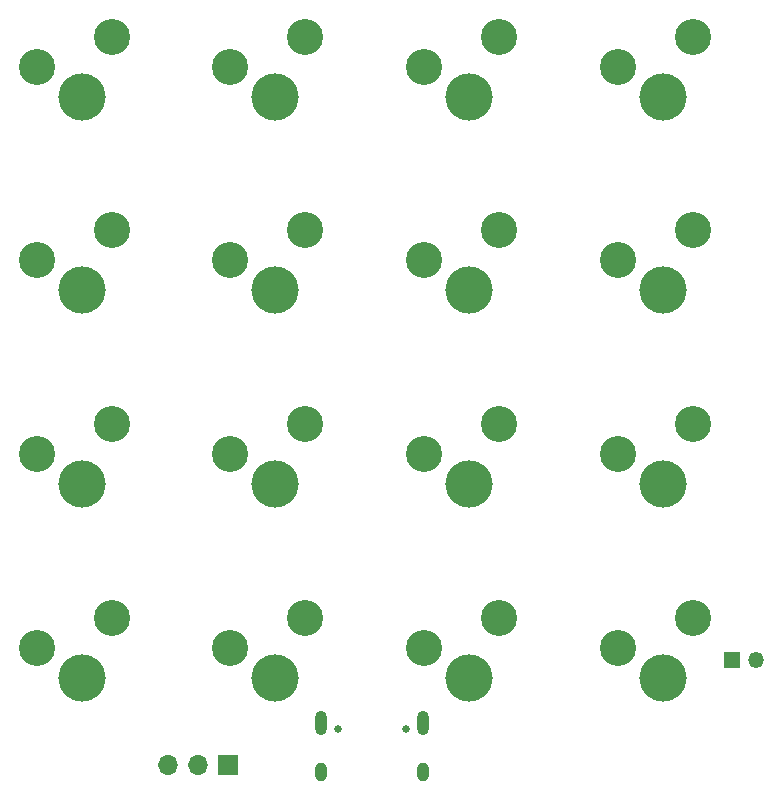
<source format=gbr>
%TF.GenerationSoftware,KiCad,Pcbnew,7.0.8*%
%TF.CreationDate,2023-10-13T15:36:57+03:00*%
%TF.ProjectId,4x4_switch,3478345f-7377-4697-9463-682e6b696361,rev?*%
%TF.SameCoordinates,Original*%
%TF.FileFunction,Soldermask,Top*%
%TF.FilePolarity,Negative*%
%FSLAX46Y46*%
G04 Gerber Fmt 4.6, Leading zero omitted, Abs format (unit mm)*
G04 Created by KiCad (PCBNEW 7.0.8) date 2023-10-13 15:36:57*
%MOMM*%
%LPD*%
G01*
G04 APERTURE LIST*
%ADD10R,1.350000X1.350000*%
%ADD11O,1.350000X1.350000*%
%ADD12R,1.700000X1.700000*%
%ADD13O,1.700000X1.700000*%
%ADD14C,3.050000*%
%ADD15C,4.000000*%
%ADD16C,0.650000*%
%ADD17O,1.000000X1.600000*%
%ADD18O,1.000000X2.100000*%
G04 APERTURE END LIST*
D10*
%TO.C,J1*%
X219853622Y-81312027D03*
D11*
X221853622Y-81312027D03*
%TD*%
D12*
%TO.C,J2*%
X177155948Y-90157813D03*
D13*
X174615948Y-90157813D03*
X172075948Y-90157813D03*
%TD*%
D14*
%TO.C,SW11*%
X160990000Y-63860000D03*
D15*
X164800000Y-66400000D03*
D14*
X167340000Y-61320000D03*
%TD*%
%TO.C,SW23*%
X210190000Y-63860000D03*
D15*
X214000000Y-66400000D03*
D14*
X216540000Y-61320000D03*
%TD*%
%TO.C,SW19*%
X193790000Y-63860000D03*
D15*
X197600000Y-66400000D03*
D14*
X200140000Y-61320000D03*
%TD*%
%TO.C,SW24*%
X210190000Y-80260000D03*
D15*
X214000000Y-82800000D03*
D14*
X216540000Y-77720000D03*
%TD*%
%TO.C,SW12*%
X160990000Y-80260000D03*
D15*
X164800000Y-82800000D03*
D14*
X167340000Y-77720000D03*
%TD*%
%TO.C,SW16*%
X177390000Y-80260000D03*
D15*
X181200000Y-82800000D03*
D14*
X183740000Y-77720000D03*
%TD*%
%TO.C,SW14*%
X177390000Y-47460000D03*
D15*
X181200000Y-50000000D03*
D14*
X183740000Y-44920000D03*
%TD*%
%TO.C,SW13*%
X177390000Y-31060000D03*
D15*
X181200000Y-33600000D03*
D14*
X183740000Y-28520000D03*
%TD*%
%TO.C,SW18*%
X200140000Y-44920000D03*
D15*
X197600000Y-50000000D03*
D14*
X193790000Y-47460000D03*
%TD*%
%TO.C,SW15*%
X177390000Y-63860000D03*
D15*
X181200000Y-66400000D03*
D14*
X183740000Y-61320000D03*
%TD*%
%TO.C,SW9*%
X160990000Y-31060000D03*
D15*
X164800000Y-33600000D03*
D14*
X167340000Y-28520000D03*
%TD*%
%TO.C,SW10*%
X160990000Y-47460000D03*
D15*
X164800000Y-50000000D03*
D14*
X167340000Y-44920000D03*
%TD*%
%TO.C,SW21*%
X210190000Y-31060000D03*
D15*
X214000000Y-33600000D03*
D14*
X216540000Y-28520000D03*
%TD*%
%TO.C,SW17*%
X193790000Y-31060000D03*
D15*
X197600000Y-33600000D03*
D14*
X200140000Y-28520000D03*
%TD*%
%TO.C,SW22*%
X210190000Y-47460000D03*
D15*
X214000000Y-50000000D03*
D14*
X216540000Y-44920000D03*
%TD*%
%TO.C,SW20*%
X200140000Y-77720000D03*
D15*
X197600000Y-82800000D03*
D14*
X193790000Y-80260000D03*
%TD*%
D16*
%TO.C,P1*%
X192289042Y-87169719D03*
X186509042Y-87169719D03*
D17*
X193719042Y-90819719D03*
D18*
X193719042Y-86639719D03*
D17*
X185079042Y-90819719D03*
D18*
X185079042Y-86639719D03*
%TD*%
M02*

</source>
